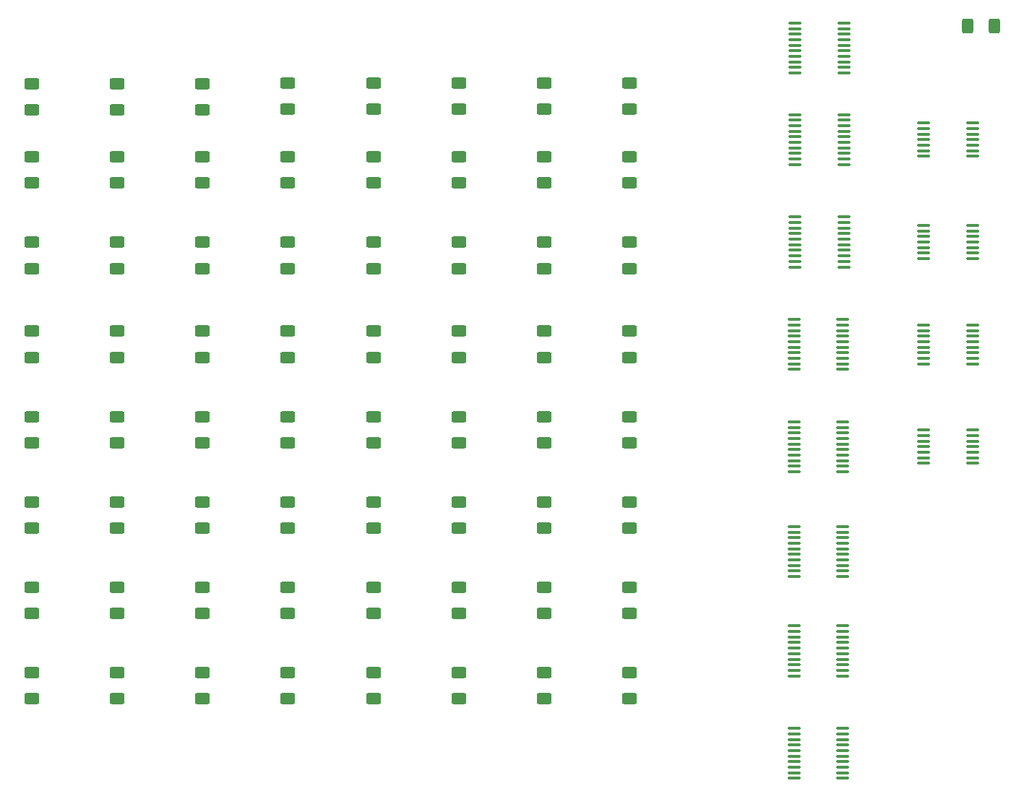
<source format=gtp>
G04 #@! TF.GenerationSoftware,KiCad,Pcbnew,7.0.5*
G04 #@! TF.CreationDate,2023-09-10T10:54:51+02:00*
G04 #@! TF.ProjectId,LED-Matrix,4c45442d-4d61-4747-9269-782e6b696361,rev?*
G04 #@! TF.SameCoordinates,Original*
G04 #@! TF.FileFunction,Paste,Top*
G04 #@! TF.FilePolarity,Positive*
%FSLAX46Y46*%
G04 Gerber Fmt 4.6, Leading zero omitted, Abs format (unit mm)*
G04 Created by KiCad (PCBNEW 7.0.5) date 2023-09-10 10:54:51*
%MOMM*%
%LPD*%
G01*
G04 APERTURE LIST*
G04 Aperture macros list*
%AMRoundRect*
0 Rectangle with rounded corners*
0 $1 Rounding radius*
0 $2 $3 $4 $5 $6 $7 $8 $9 X,Y pos of 4 corners*
0 Add a 4 corners polygon primitive as box body*
4,1,4,$2,$3,$4,$5,$6,$7,$8,$9,$2,$3,0*
0 Add four circle primitives for the rounded corners*
1,1,$1+$1,$2,$3*
1,1,$1+$1,$4,$5*
1,1,$1+$1,$6,$7*
1,1,$1+$1,$8,$9*
0 Add four rect primitives between the rounded corners*
20,1,$1+$1,$2,$3,$4,$5,0*
20,1,$1+$1,$4,$5,$6,$7,0*
20,1,$1+$1,$6,$7,$8,$9,0*
20,1,$1+$1,$8,$9,$2,$3,0*%
G04 Aperture macros list end*
%ADD10RoundRect,0.250000X-0.625000X0.400000X-0.625000X-0.400000X0.625000X-0.400000X0.625000X0.400000X0*%
%ADD11RoundRect,0.100000X-0.637500X-0.100000X0.637500X-0.100000X0.637500X0.100000X-0.637500X0.100000X0*%
%ADD12RoundRect,0.250000X-0.400000X-0.625000X0.400000X-0.625000X0.400000X0.625000X-0.400000X0.625000X0*%
G04 APERTURE END LIST*
D10*
X178000000Y-121450000D03*
X178000000Y-124550000D03*
X188000000Y-81450000D03*
X188000000Y-84550000D03*
X178000000Y-61000000D03*
X178000000Y-64100000D03*
X128000000Y-121450000D03*
X128000000Y-124550000D03*
D11*
X207275000Y-128000000D03*
X207275000Y-128650000D03*
X207275000Y-129300000D03*
X207275000Y-129950000D03*
X207275000Y-130600000D03*
X207275000Y-131250000D03*
X207275000Y-131900000D03*
X207275000Y-132550000D03*
X207275000Y-133200000D03*
X207275000Y-133850000D03*
X213000000Y-133850000D03*
X213000000Y-133200000D03*
X213000000Y-132550000D03*
X213000000Y-131900000D03*
X213000000Y-131250000D03*
X213000000Y-130600000D03*
X213000000Y-129950000D03*
X213000000Y-129300000D03*
X213000000Y-128650000D03*
X213000000Y-128000000D03*
D10*
X158000000Y-52350000D03*
X158000000Y-55450000D03*
X138000000Y-71000000D03*
X138000000Y-74100000D03*
D11*
X207275000Y-116000000D03*
X207275000Y-116650000D03*
X207275000Y-117300000D03*
X207275000Y-117950000D03*
X207275000Y-118600000D03*
X207275000Y-119250000D03*
X207275000Y-119900000D03*
X207275000Y-120550000D03*
X207275000Y-121200000D03*
X207275000Y-121850000D03*
X213000000Y-121850000D03*
X213000000Y-121200000D03*
X213000000Y-120550000D03*
X213000000Y-119900000D03*
X213000000Y-119250000D03*
X213000000Y-118600000D03*
X213000000Y-117950000D03*
X213000000Y-117300000D03*
X213000000Y-116650000D03*
X213000000Y-116000000D03*
D10*
X118000000Y-101450000D03*
X118000000Y-104550000D03*
X158000000Y-121450000D03*
X158000000Y-124550000D03*
X178000000Y-81450000D03*
X178000000Y-84550000D03*
X128000000Y-101450000D03*
X128000000Y-104550000D03*
D11*
X222475000Y-80725000D03*
X222475000Y-81375000D03*
X222475000Y-82025000D03*
X222475000Y-82675000D03*
X222475000Y-83325000D03*
X222475000Y-83975000D03*
X222475000Y-84625000D03*
X222475000Y-85275000D03*
X228200000Y-85275000D03*
X228200000Y-84625000D03*
X228200000Y-83975000D03*
X228200000Y-83325000D03*
X228200000Y-82675000D03*
X228200000Y-82025000D03*
X228200000Y-81375000D03*
X228200000Y-80725000D03*
D10*
X168000000Y-121450000D03*
X168000000Y-124550000D03*
D12*
X227650000Y-45720000D03*
X230750000Y-45720000D03*
D10*
X158000000Y-111450000D03*
X158000000Y-114550000D03*
X128000000Y-71000000D03*
X128000000Y-74100000D03*
X158000000Y-91450000D03*
X158000000Y-94550000D03*
X138000000Y-61000000D03*
X138000000Y-64100000D03*
X148000000Y-101450000D03*
X148000000Y-104550000D03*
X118000000Y-71000000D03*
X118000000Y-74100000D03*
X148000000Y-111450000D03*
X148000000Y-114550000D03*
D11*
X207412500Y-68075000D03*
X207412500Y-68725000D03*
X207412500Y-69375000D03*
X207412500Y-70025000D03*
X207412500Y-70675000D03*
X207412500Y-71325000D03*
X207412500Y-71975000D03*
X207412500Y-72625000D03*
X207412500Y-73275000D03*
X207412500Y-73925000D03*
X213137500Y-73925000D03*
X213137500Y-73275000D03*
X213137500Y-72625000D03*
X213137500Y-71975000D03*
X213137500Y-71325000D03*
X213137500Y-70675000D03*
X213137500Y-70025000D03*
X213137500Y-69375000D03*
X213137500Y-68725000D03*
X213137500Y-68075000D03*
D10*
X168000000Y-81450000D03*
X168000000Y-84550000D03*
X158000000Y-81450000D03*
X158000000Y-84550000D03*
X158000000Y-101450000D03*
X158000000Y-104550000D03*
X178000000Y-52350000D03*
X178000000Y-55450000D03*
X168000000Y-52350000D03*
X168000000Y-55450000D03*
D11*
X207275000Y-80075000D03*
X207275000Y-80725000D03*
X207275000Y-81375000D03*
X207275000Y-82025000D03*
X207275000Y-82675000D03*
X207275000Y-83325000D03*
X207275000Y-83975000D03*
X207275000Y-84625000D03*
X207275000Y-85275000D03*
X207275000Y-85925000D03*
X213000000Y-85925000D03*
X213000000Y-85275000D03*
X213000000Y-84625000D03*
X213000000Y-83975000D03*
X213000000Y-83325000D03*
X213000000Y-82675000D03*
X213000000Y-82025000D03*
X213000000Y-81375000D03*
X213000000Y-80725000D03*
X213000000Y-80075000D03*
D10*
X168000000Y-91450000D03*
X168000000Y-94550000D03*
X128000000Y-52450000D03*
X128000000Y-55550000D03*
X158000000Y-61000000D03*
X158000000Y-64100000D03*
X188000000Y-121450000D03*
X188000000Y-124550000D03*
X168000000Y-111450000D03*
X168000000Y-114550000D03*
X178000000Y-91450000D03*
X178000000Y-94550000D03*
X148000000Y-81450000D03*
X148000000Y-84550000D03*
D11*
X222475000Y-69050000D03*
X222475000Y-69700000D03*
X222475000Y-70350000D03*
X222475000Y-71000000D03*
X222475000Y-71650000D03*
X222475000Y-72300000D03*
X222475000Y-72950000D03*
X228200000Y-72950000D03*
X228200000Y-72300000D03*
X228200000Y-71650000D03*
X228200000Y-71000000D03*
X228200000Y-70350000D03*
X228200000Y-69700000D03*
X228200000Y-69050000D03*
D10*
X188000000Y-101450000D03*
X188000000Y-104550000D03*
X128000000Y-91450000D03*
X128000000Y-94550000D03*
X138000000Y-101450000D03*
X138000000Y-104550000D03*
X188000000Y-91450000D03*
X188000000Y-94550000D03*
X168000000Y-71000000D03*
X168000000Y-74100000D03*
X118000000Y-61000000D03*
X118000000Y-64100000D03*
X148000000Y-52350000D03*
X148000000Y-55450000D03*
X128000000Y-61000000D03*
X128000000Y-64100000D03*
X188000000Y-61000000D03*
X188000000Y-64100000D03*
X138000000Y-111450000D03*
X138000000Y-114550000D03*
X128000000Y-81450000D03*
X128000000Y-84550000D03*
X178000000Y-101450000D03*
X178000000Y-104550000D03*
D11*
X207412500Y-45335000D03*
X207412500Y-45985000D03*
X207412500Y-46635000D03*
X207412500Y-47285000D03*
X207412500Y-47935000D03*
X207412500Y-48585000D03*
X207412500Y-49235000D03*
X207412500Y-49885000D03*
X207412500Y-50535000D03*
X207412500Y-51185000D03*
X213137500Y-51185000D03*
X213137500Y-50535000D03*
X213137500Y-49885000D03*
X213137500Y-49235000D03*
X213137500Y-48585000D03*
X213137500Y-47935000D03*
X213137500Y-47285000D03*
X213137500Y-46635000D03*
X213137500Y-45985000D03*
X213137500Y-45335000D03*
D10*
X188000000Y-52350000D03*
X188000000Y-55450000D03*
D11*
X207412500Y-56075000D03*
X207412500Y-56725000D03*
X207412500Y-57375000D03*
X207412500Y-58025000D03*
X207412500Y-58675000D03*
X207412500Y-59325000D03*
X207412500Y-59975000D03*
X207412500Y-60625000D03*
X207412500Y-61275000D03*
X207412500Y-61925000D03*
X213137500Y-61925000D03*
X213137500Y-61275000D03*
X213137500Y-60625000D03*
X213137500Y-59975000D03*
X213137500Y-59325000D03*
X213137500Y-58675000D03*
X213137500Y-58025000D03*
X213137500Y-57375000D03*
X213137500Y-56725000D03*
X213137500Y-56075000D03*
D10*
X138000000Y-91450000D03*
X138000000Y-94550000D03*
X168000000Y-61000000D03*
X168000000Y-64100000D03*
X148000000Y-91450000D03*
X148000000Y-94550000D03*
X168000000Y-101450000D03*
X168000000Y-104550000D03*
X118000000Y-81450000D03*
X118000000Y-84550000D03*
X178000000Y-71000000D03*
X178000000Y-74100000D03*
X138000000Y-52450000D03*
X138000000Y-55550000D03*
X138000000Y-81450000D03*
X138000000Y-84550000D03*
X148000000Y-121450000D03*
X148000000Y-124550000D03*
X178000000Y-111450000D03*
X178000000Y-114550000D03*
D11*
X222475000Y-93050000D03*
X222475000Y-93700000D03*
X222475000Y-94350000D03*
X222475000Y-95000000D03*
X222475000Y-95650000D03*
X222475000Y-96300000D03*
X222475000Y-96950000D03*
X228200000Y-96950000D03*
X228200000Y-96300000D03*
X228200000Y-95650000D03*
X228200000Y-95000000D03*
X228200000Y-94350000D03*
X228200000Y-93700000D03*
X228200000Y-93050000D03*
X222475000Y-57050000D03*
X222475000Y-57700000D03*
X222475000Y-58350000D03*
X222475000Y-59000000D03*
X222475000Y-59650000D03*
X222475000Y-60300000D03*
X222475000Y-60950000D03*
X228200000Y-60950000D03*
X228200000Y-60300000D03*
X228200000Y-59650000D03*
X228200000Y-59000000D03*
X228200000Y-58350000D03*
X228200000Y-57700000D03*
X228200000Y-57050000D03*
D10*
X118000000Y-121450000D03*
X118000000Y-124550000D03*
X148000000Y-71000000D03*
X148000000Y-74100000D03*
X118000000Y-52450000D03*
X118000000Y-55550000D03*
X128000000Y-111450000D03*
X128000000Y-114550000D03*
D11*
X207275000Y-92075000D03*
X207275000Y-92725000D03*
X207275000Y-93375000D03*
X207275000Y-94025000D03*
X207275000Y-94675000D03*
X207275000Y-95325000D03*
X207275000Y-95975000D03*
X207275000Y-96625000D03*
X207275000Y-97275000D03*
X207275000Y-97925000D03*
X213000000Y-97925000D03*
X213000000Y-97275000D03*
X213000000Y-96625000D03*
X213000000Y-95975000D03*
X213000000Y-95325000D03*
X213000000Y-94675000D03*
X213000000Y-94025000D03*
X213000000Y-93375000D03*
X213000000Y-92725000D03*
X213000000Y-92075000D03*
D10*
X138000000Y-121450000D03*
X138000000Y-124550000D03*
X148000000Y-61000000D03*
X148000000Y-64100000D03*
X188000000Y-111450000D03*
X188000000Y-114550000D03*
X158000000Y-71000000D03*
X158000000Y-74100000D03*
X118000000Y-91450000D03*
X118000000Y-94550000D03*
X188000000Y-71000000D03*
X188000000Y-74100000D03*
X118000000Y-111450000D03*
X118000000Y-114550000D03*
D11*
X207275000Y-104350000D03*
X207275000Y-105000000D03*
X207275000Y-105650000D03*
X207275000Y-106300000D03*
X207275000Y-106950000D03*
X207275000Y-107600000D03*
X207275000Y-108250000D03*
X207275000Y-108900000D03*
X207275000Y-109550000D03*
X207275000Y-110200000D03*
X213000000Y-110200000D03*
X213000000Y-109550000D03*
X213000000Y-108900000D03*
X213000000Y-108250000D03*
X213000000Y-107600000D03*
X213000000Y-106950000D03*
X213000000Y-106300000D03*
X213000000Y-105650000D03*
X213000000Y-105000000D03*
X213000000Y-104350000D03*
M02*

</source>
